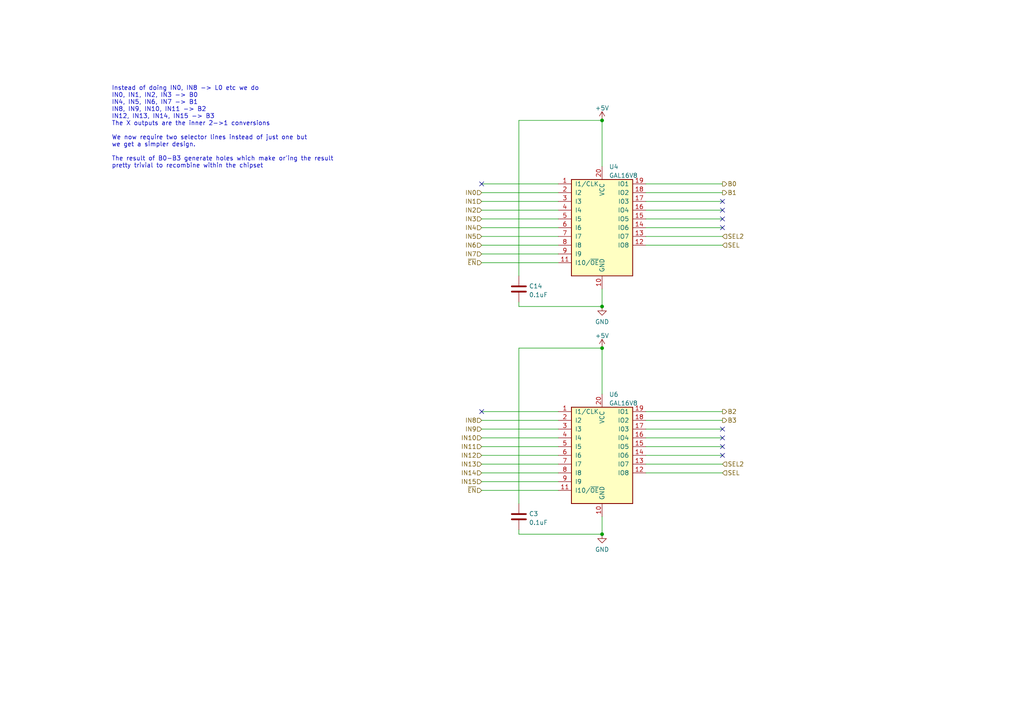
<source format=kicad_sch>
(kicad_sch (version 20211123) (generator eeschema)
  (paper "A4")
  (title_block (title "16 -> 8 Mux") (date "2022-07-04") (rev "1") (company "Joshua Scoggins") (comment 1 "Takes in 16 lines and splits out 8 lines based on a selector"))
  (lib_symbols
    (symbol "Device:C" (pin_numbers hide) (pin_names (offset 0.254))
      (property "Reference" "C" (at 0.635 2.54 0))
      (property "Value" "C" (at 0.635 -2.54 0))
      (symbol "C_0_1"
        (polyline (pts (xy -2.032 -0.762) (xy 2.032 -0.762)) (stroke (width 0.508)))
        (polyline (pts (xy -2.032 0.762) (xy 2.032 0.762)) (stroke (width 0.508)))
      )
      (symbol "C_1_1"
        (pin passive line (at 0 3.81 270) (length 2.794) (name "~") (number "1"))
        (pin passive line (at 0 -3.81 90) (length 2.794) (name "~") (number "2"))
      )
    )
    (symbol "Logic_Programmable:GAL16V8" (pin_names (offset 1.016))
      (property "Reference" "U" (at -8.89 16.51 0))
      (property "Value" "GAL16V8" (at 1.27 16.51 0))
      (symbol "GAL16V8_0_0"
        (pin power_in line (at 0 -17.78 90) (length 3.81) (name "GND") (number "10"))
        (pin power_in line (at 0 17.78 270) (length 3.81) (name "VCC") (number "20"))
      )
      (symbol "GAL16V8_0_1"
        (rectangle (start -8.89 13.97) (end 8.89 -13.97) (stroke (width 0.254)) (fill (type background)))
      )
      (symbol "GAL16V8_1_1"
        (pin input line (at -12.7 12.7 0) (length 3.81) (name "I1/CLK") (number "1"))
        (pin input line (at -12.7 -10.16 0) (length 3.81) (name "I10/~{OE}") (number "11"))
        (pin tri_state line (at 12.7 -5.08 180) (length 3.81) (name "IO8") (number "12"))
        (pin tri_state line (at 12.7 -2.54 180) (length 3.81) (name "IO7") (number "13"))
        (pin tri_state line (at 12.7 0 180) (length 3.81) (name "IO6") (number "14"))
        (pin tri_state line (at 12.7 2.54 180) (length 3.81) (name "IO5") (number "15"))
        (pin tri_state line (at 12.7 5.08 180) (length 3.81) (name "IO4") (number "16"))
        (pin tri_state line (at 12.7 7.62 180) (length 3.81) (name "I03") (number "17"))
        (pin tri_state line (at 12.7 10.16 180) (length 3.81) (name "IO2") (number "18"))
        (pin tri_state line (at 12.7 12.7 180) (length 3.81) (name "IO1") (number "19"))
        (pin input line (at -12.7 10.16 0) (length 3.81) (name "I2") (number "2"))
        (pin input line (at -12.7 7.62 0) (length 3.81) (name "I3") (number "3"))
        (pin input line (at -12.7 5.08 0) (length 3.81) (name "I4") (number "4"))
        (pin input line (at -12.7 2.54 0) (length 3.81) (name "I5") (number "5"))
        (pin input line (at -12.7 0 0) (length 3.81) (name "I6") (number "6"))
        (pin input line (at -12.7 -2.54 0) (length 3.81) (name "I7") (number "7"))
        (pin input line (at -12.7 -5.08 0) (length 3.81) (name "I8") (number "8"))
        (pin input line (at -12.7 -7.62 0) (length 3.81) (name "I9") (number "9"))
      )
    )
    (symbol "power:+5V" (power) (pin_names (offset 0))
      (property "Value" "+5V" (at 0 3.556 0))
      (symbol "+5V_0_1"
        (polyline (pts (xy -0.762 1.27) (xy 0 2.54)))
        (polyline (pts (xy 0 0) (xy 0 2.54)))
        (polyline (pts (xy 0 2.54) (xy 0.762 1.27)))
      )
      (symbol "+5V_1_1"
        (pin power_in line (at 0 0 90) (length 0) hide (name "+5V") (number "1"))
      )
    )
    (symbol "power:GND" (power) (pin_names (offset 0))
      (property "Value" "GND" (at 0 -3.81 0))
      (symbol "GND_0_1"
        (polyline (pts (xy 0 0) (xy 0 -1.27) (xy 1.27 -1.27) (xy 0 -2.54) (xy -1.27 -1.27) (xy 0 -1.27)))
      )
      (symbol "GND_1_1"
        (pin power_in line (at 0 0 270) (length 0) hide (name "GND") (number "1"))
      )
    )
  )
  (junction (at 174.625 100.965))
  (junction (at 174.625 34.925))
  (junction (at 174.625 88.9))
  (junction (at 174.625 154.94))
  (no_connect (at 139.7 53.34))
  (no_connect (at 209.55 129.54))
  (no_connect (at 209.55 127))
  (no_connect (at 139.7 119.38))
  (no_connect (at 209.55 132.08))
  (no_connect (at 209.55 124.46))
  (no_connect (at 209.55 58.42))
  (no_connect (at 209.55 60.96))
  (no_connect (at 209.55 63.5))
  (no_connect (at 209.55 66.04))
  (wire (pts (xy 150.495 100.965) (xy 150.495 146.05)))
  (wire (pts (xy 139.7 60.96) (xy 161.925 60.96)))
  (wire (pts (xy 187.325 63.5) (xy 209.55 63.5)))
  (wire (pts (xy 187.325 132.08) (xy 209.55 132.08)))
  (wire (pts (xy 187.325 60.96) (xy 209.55 60.96)))
  (wire (pts (xy 139.7 58.42) (xy 161.925 58.42)))
  (wire (pts (xy 139.7 63.5) (xy 161.925 63.5)))
  (wire (pts (xy 139.7 129.54) (xy 161.925 129.54)))
  (wire (pts (xy 174.625 100.965) (xy 150.495 100.965)))
  (wire (pts (xy 139.7 119.38) (xy 161.925 119.38)))
  (wire (pts (xy 150.495 87.63) (xy 150.495 88.9)))
  (wire (pts (xy 187.325 58.42) (xy 209.55 58.42)))
  (wire (pts (xy 139.7 127) (xy 161.925 127)))
  (wire (pts (xy 139.7 55.88) (xy 161.925 55.88)))
  (wire (pts (xy 187.325 55.88) (xy 209.55 55.88)))
  (wire (pts (xy 150.495 154.94) (xy 174.625 154.94)))
  (wire (pts (xy 187.325 71.12) (xy 209.55 71.12)))
  (wire (pts (xy 187.325 68.58) (xy 209.55 68.58)))
  (wire (pts (xy 174.625 88.9) (xy 174.625 83.82)))
  (wire (pts (xy 139.7 73.66) (xy 161.925 73.66)))
  (wire (pts (xy 139.7 134.62) (xy 161.925 134.62)))
  (wire (pts (xy 187.325 127) (xy 209.55 127)))
  (wire (pts (xy 139.7 139.7) (xy 161.925 139.7)))
  (wire (pts (xy 187.325 137.16) (xy 209.55 137.16)))
  (wire (pts (xy 150.495 153.67) (xy 150.495 154.94)))
  (wire (pts (xy 139.7 53.34) (xy 161.925 53.34)))
  (wire (pts (xy 150.495 34.925) (xy 150.495 80.01)))
  (wire (pts (xy 139.7 66.04) (xy 161.925 66.04)))
  (wire (pts (xy 139.7 68.58) (xy 161.925 68.58)))
  (wire (pts (xy 139.7 137.16) (xy 161.925 137.16)))
  (wire (pts (xy 139.7 132.08) (xy 161.925 132.08)))
  (wire (pts (xy 139.7 124.46) (xy 161.925 124.46)))
  (wire (pts (xy 174.625 48.26) (xy 174.625 34.925)))
  (wire (pts (xy 187.325 134.62) (xy 209.55 134.62)))
  (wire (pts (xy 174.625 34.925) (xy 150.495 34.925)))
  (wire (pts (xy 187.325 53.34) (xy 209.55 53.34)))
  (wire (pts (xy 187.325 124.46) (xy 209.55 124.46)))
  (wire (pts (xy 150.495 88.9) (xy 174.625 88.9)))
  (wire (pts (xy 187.325 66.04) (xy 209.55 66.04)))
  (wire (pts (xy 174.625 154.94) (xy 174.625 149.86)))
  (wire (pts (xy 139.7 121.92) (xy 161.925 121.92)))
  (wire (pts (xy 187.325 119.38) (xy 209.55 119.38)))
  (wire (pts (xy 139.7 71.12) (xy 161.925 71.12)))
  (wire (pts (xy 187.325 129.54) (xy 209.55 129.54)))
  (wire (pts (xy 139.7 76.2) (xy 161.925 76.2)))
  (wire (pts (xy 139.7 142.24) (xy 161.925 142.24)))
  (wire (pts (xy 174.625 114.3) (xy 174.625 100.965)))
  (wire (pts (xy 187.325 121.92) (xy 209.55 121.92)))
  (text "Instead of doing IN0, IN8 -> L0 etc we do \nIN0, IN1, IN2, IN3 -> B0\nIN4, IN5, IN6, IN7 -> B1\nIN8, IN9, IN10, IN11 -> B2\nIN12, IN13, IN14, IN15 -> B3\nThe X outputs are the inner 2->1 conversions\n\nWe now require two selector lines instead of just one but\nwe get a simpler design. \n\nThe result of B0-B3 generate holes which make or'ing the result \npretty trivial to recombine within the chipset" (at 32.385 48.895 0) (effects (font (size 1.27 1.27)) (justify left bottom)))
  (hierarchical_label "IN7" (shape input) (at 139.7 73.66 180))
  (hierarchical_label "IN11" (shape input) (at 139.7 129.54 180))
  (hierarchical_label "IN13" (shape input) (at 139.7 134.62 180))
  (hierarchical_label "SEL" (shape input) (at 209.55 71.12 0))
  (hierarchical_label "IN2" (shape input) (at 139.7 60.96 180))
  (hierarchical_label "~{EN}" (shape input) (at 139.7 76.2 180))
  (hierarchical_label "IN5" (shape input) (at 139.7 68.58 180))
  (hierarchical_label "B1" (shape output) (at 209.55 55.88 0))
  (hierarchical_label "IN14" (shape input) (at 139.7 137.16 180))
  (hierarchical_label "IN12" (shape input) (at 139.7 132.08 180))
  (hierarchical_label "B3" (shape output) (at 209.55 121.92 0))
  (hierarchical_label "IN3" (shape input) (at 139.7 63.5 180))
  (hierarchical_label "B0" (shape output) (at 209.55 53.34 0))
  (hierarchical_label "IN6" (shape input) (at 139.7 71.12 180))
  (hierarchical_label "SEL" (shape input) (at 209.55 137.16 0))
  (hierarchical_label "IN10" (shape input) (at 139.7 127 180))
  (hierarchical_label "IN1" (shape input) (at 139.7 58.42 180))
  (hierarchical_label "IN9" (shape input) (at 139.7 124.46 180))
  (hierarchical_label "SEL2" (shape input) (at 209.55 134.62 0))
  (hierarchical_label "B2" (shape output) (at 209.55 119.38 0))
  (hierarchical_label "SEL2" (shape input) (at 209.55 68.58 0))
  (hierarchical_label "IN0" (shape input) (at 139.7 55.88 180))
  (hierarchical_label "IN4" (shape input) (at 139.7 66.04 180))
  (hierarchical_label "IN8" (shape input) (at 139.7 121.92 180))
  (hierarchical_label "~{EN}" (shape input) (at 139.7 142.24 180))
  (hierarchical_label "IN15" (shape input) (at 139.7 139.7 180))
  (symbol (lib_id "Device:C") (at 150.495 83.82 0) (unit 1)
    (property "Reference" "C14" (at 153.416 82.9853 0) (effects (justify left)))
    (property "Value" "0.1uF" (at 153.416 85.5222 0) (effects (justify left)))
    (property "Footprint" "Capacitor_SMD:C_0805_2012Metric_Pad1.18x1.45mm_HandSolder" (effects hide))
  )
  (symbol (lib_id "power:GND") (at 174.625 88.9 0) (unit 1)
    (property "Reference" "#PWR039" (effects hide))
    (property "Value" "GND" (at 174.625 93.3434 0))
  )
  (symbol (lib_id "power:+5V") (at 174.625 34.925 0) (unit 1)
    (property "Reference" "#PWR038" (effects hide))
    (property "Value" "+5V" (at 174.625 31.3492 0))
  )
  (symbol (lib_id "Logic_Programmable:GAL16V8") (at 174.625 66.04 0) (unit 1)
    (property "Reference" "U4" (at 176.6444 48.3702 0) (effects (justify left)))
    (property "Value" "GAL16V8" (at 176.6444 50.9071 0) (effects (justify left)))
    (property "Footprint" "Package_DIP:DIP-20_W7.62mm_Socket" (effects hide))
  )
  (symbol (lib_id "power:GND") (at 174.625 154.94 0) (unit 1)
    (property "Reference" "#PWR061" (effects hide))
    (property "Value" "GND" (at 174.625 159.3834 0))
  )
  (symbol (lib_id "Device:C") (at 150.495 149.86 0) (unit 1)
    (property "Reference" "C3" (at 153.416 149.0253 0) (effects (justify left)))
    (property "Value" "0.1uF" (at 153.416 151.5622 0) (effects (justify left)))
    (property "Footprint" "Capacitor_SMD:C_0805_2012Metric_Pad1.18x1.45mm_HandSolder" (effects hide))
  )
  (symbol (lib_id "power:+5V") (at 174.625 100.965 0) (unit 1)
    (property "Reference" "#PWR060" (effects hide))
    (property "Value" "+5V" (at 174.625 97.3892 0))
  )
  (symbol (lib_id "Logic_Programmable:GAL16V8") (at 174.625 132.08 0) (unit 1)
    (property "Reference" "U6" (at 176.6444 114.4102 0) (effects (justify left)))
    (property "Value" "GAL16V8" (at 176.6444 116.9471 0) (effects (justify left)))
    (property "Footprint" "Package_DIP:DIP-20_W7.62mm_Socket" (effects hide))
  )
)
</source>
